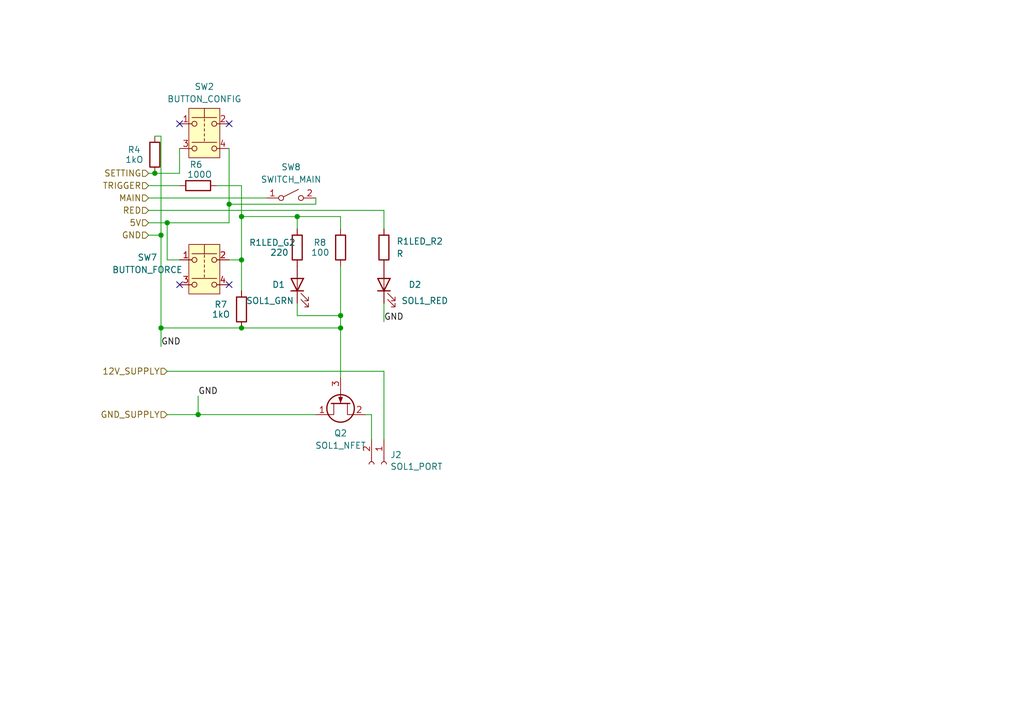
<source format=kicad_sch>
(kicad_sch (version 20231120) (generator "eeschema") (generator_version "8.0")
  (paper "A5")
  (lib_symbols
    (symbol "Connector:Conn_01x02_Socket" (pin_names (offset 1.016) hide)
      (property "Reference" "J" (at 0 2.54 0))
      (property "Value" "Conn_01x02_Socket" (at 0 -5.08 0))
      (symbol "Conn_01x02_Socket_1_1"
        (arc (start 0 -2.032) (mid -0.5058 -2.54) (end 0 -3.048) (stroke (width 0.1524)))
        (polyline (pts (xy -1.27 -2.54) (xy -0.508 -2.54)) (stroke (width 0.1524)))
        (polyline (pts (xy -1.27 0) (xy -0.508 0)) (stroke (width 0.1524)))
        (arc (start 0 0.508) (mid -0.5058 0) (end 0 -0.508) (stroke (width 0.1524)))
        (pin passive line (at -5.08 0 0) (length 3.81) (name "Pin_1") (number "1"))
        (pin passive line (at -5.08 -2.54 0) (length 3.81) (name "Pin_2") (number "2"))
      )
    )
    (symbol "Device:LED" (pin_numbers hide) (pin_names (offset 1.016) hide)
      (property "Reference" "D" (at 0 2.54 0))
      (property "Value" "LED" (at 0 -2.54 0))
      (symbol "LED_0_1"
        (polyline (pts (xy -1.27 -1.27) (xy -1.27 1.27)) (stroke (width 0.254)))
        (polyline (pts (xy -1.27 0) (xy 1.27 0)))
        (polyline (pts (xy 1.27 -1.27) (xy 1.27 1.27) (xy -1.27 0) (xy 1.27 -1.27)) (stroke (width 0.254)))
        (polyline (pts (xy -3.048 -0.762) (xy -4.572 -2.286) (xy -3.81 -2.286) (xy -4.572 -2.286) (xy -4.572 -1.524)))
        (polyline (pts (xy -1.778 -0.762) (xy -3.302 -2.286) (xy -2.54 -2.286) (xy -3.302 -2.286) (xy -3.302 -1.524)))
      )
      (symbol "LED_1_1"
        (pin passive line (at -3.81 0 0) (length 2.54) (name "K") (number "1"))
        (pin passive line (at 3.81 0 180) (length 2.54) (name "A") (number "2"))
      )
    )
    (symbol "Device:R" (pin_numbers hide) (pin_names (offset 0))
      (property "Reference" "R" (at 2.032 0 90))
      (property "Value" "R" (at 0 0 90))
      (symbol "R_0_1"
        (rectangle (start -1.016 -2.54) (end 1.016 2.54) (stroke (width 0.254)))
      )
      (symbol "R_1_1"
        (pin passive line (at 0 3.81 270) (length 1.27) (name "~") (number "1"))
        (pin passive line (at 0 -3.81 90) (length 1.27) (name "~") (number "2"))
      )
    )
    (symbol "Switch:SW_Push_Dual" (pin_names (offset 1.016) hide)
      (property "Reference" "SW" (at 0 7.62 0))
      (property "Value" "SW_Push_Dual" (at 0 -6.35 0))
      (symbol "SW_Push_Dual_0_1"
        (circle (center -2.032 -2.54) (radius 0.508))
        (circle (center -2.032 2.54) (radius 0.508))
        (polyline (pts (xy 0 -0.508) (xy 0 -1.016)))
        (polyline (pts (xy 0 0.508) (xy 0 0)))
        (polyline (pts (xy 0 1.016) (xy 0 1.524)))
        (polyline (pts (xy 0 2.032) (xy 0 2.54)))
        (polyline (pts (xy 0 3.048) (xy 0 3.556)))
        (polyline (pts (xy 0 3.81) (xy 0 5.588)))
        (polyline (pts (xy 2.54 -1.27) (xy -2.54 -1.27)))
        (polyline (pts (xy 2.54 3.81) (xy -2.54 3.81)))
        (circle (center 2.032 -2.54) (radius 0.508))
        (circle (center 2.032 2.54) (radius 0.508))
        (pin passive line (at -5.08 2.54 0) (length 2.54) (name "1") (number "1"))
        (pin passive line (at 5.08 2.54 180) (length 2.54) (name "2") (number "2"))
        (pin passive line (at -5.08 -2.54 0) (length 2.54) (name "3") (number "3"))
        (pin passive line (at 5.08 -2.54 180) (length 2.54) (name "4") (number "4"))
      )
      (symbol "SW_Push_Dual_1_1"
        (rectangle (start -3.175 5.715) (end 3.175 -4.445) (fill (type background)))
      )
    )
    (symbol "Switch:SW_SPST" (pin_names (offset 0) hide)
      (property "Reference" "SW" (at 0 3.175 0))
      (property "Value" "SW_SPST" (at 0 -2.54 0))
      (symbol "SW_SPST_0_0"
        (circle (center -2.032 0) (radius 0.508))
        (polyline (pts (xy -1.524 0.254) (xy 1.524 1.778)))
        (circle (center 2.032 0) (radius 0.508))
      )
      (symbol "SW_SPST_1_1"
        (pin passive line (at -5.08 0 0) (length 2.54) (name "A") (number "1"))
        (pin passive line (at 5.08 0 180) (length 2.54) (name "B") (number "2"))
      )
    )
    (symbol "Transistor_FET:MMBFJ113" (pin_names hide)
      (property "Reference" "Q" (at 5.08 1.905 0))
      (property "Value" "MMBFJ113" (at 5.08 0 0))
      (symbol "MMBFJ113_0_1"
        (polyline (pts (xy 0.254 0) (xy -2.54 0)))
        (polyline (pts (xy 0.254 1.905) (xy 0.254 -1.905)) (stroke (width 0.254)))
        (polyline (pts (xy 2.54 -2.54) (xy 2.54 -1.397) (xy 0.254 -1.397)))
        (polyline (pts (xy 2.54 2.54) (xy 2.54 1.397) (xy 0.254 1.397)))
        (polyline (pts (xy 0 0) (xy -1.016 0.381) (xy -1.016 -0.381) (xy 0 0)) (fill (type outline)))
        (circle (center 1.27 0) (radius 2.8194) (stroke (width 0.254)))
      )
      (symbol "MMBFJ113_1_1"
        (pin passive line (at 2.54 5.08 270) (length 2.54) (name "D") (number "1"))
        (pin passive line (at 2.54 -5.08 90) (length 2.54) (name "S") (number "2"))
        (pin input line (at -5.08 0 0) (length 2.54) (name "G") (number "3"))
      )
    )
  )
  (junction (at 60.96 44.45))
  (junction (at 49.53 53.34))
  (junction (at 46.99 41.91))
  (junction (at 69.85 64.77))
  (junction (at 33.02 48.26))
  (junction (at 49.53 44.45))
  (junction (at 69.85 67.31))
  (junction (at 49.53 67.31))
  (junction (at 34.29 45.72))
  (junction (at 40.64 85.09))
  (junction (at 33.02 67.31))
  (junction (at 31.75 35.56))
  (no_connect (at 46.99 25.4))
  (no_connect (at 36.83 58.42))
  (no_connect (at 36.83 25.4))
  (no_connect (at 46.99 58.42))
  (wire (pts (xy 60.96 62.23) (xy 60.96 64.77)))
  (wire (pts (xy 40.64 81.28) (xy 40.64 85.09)))
  (wire (pts (xy 49.53 38.1) (xy 49.53 44.45)))
  (wire (pts (xy 34.29 45.72) (xy 30.48 45.72)))
  (wire (pts (xy 36.83 35.56) (xy 31.75 35.56)))
  (wire (pts (xy 76.2 85.09) (xy 76.2 90.17)))
  (wire (pts (xy 69.85 64.77) (xy 69.85 67.31)))
  (wire (pts (xy 44.45 38.1) (xy 49.53 38.1)))
  (wire (pts (xy 31.75 27.94) (xy 33.02 27.94)))
  (wire (pts (xy 49.53 44.45) (xy 49.53 53.34)))
  (wire (pts (xy 78.74 76.2) (xy 78.74 90.17)))
  (wire (pts (xy 49.53 59.69) (xy 49.53 53.34)))
  (wire (pts (xy 34.29 76.2) (xy 78.74 76.2)))
  (wire (pts (xy 31.75 35.56) (xy 30.48 35.56)))
  (wire (pts (xy 46.99 45.72) (xy 46.99 41.91)))
  (wire (pts (xy 49.53 44.45) (xy 60.96 44.45)))
  (wire (pts (xy 36.83 30.48) (xy 36.83 35.56)))
  (wire (pts (xy 33.02 27.94) (xy 33.02 48.26)))
  (wire (pts (xy 34.29 53.34) (xy 36.83 53.34)))
  (wire (pts (xy 34.29 85.09) (xy 40.64 85.09)))
  (wire (pts (xy 49.53 53.34) (xy 46.99 53.34)))
  (wire (pts (xy 33.02 67.31) (xy 49.53 67.31)))
  (wire (pts (xy 60.96 44.45) (xy 60.96 46.99)))
  (wire (pts (xy 69.85 67.31) (xy 69.85 77.47)))
  (wire (pts (xy 60.96 44.45) (xy 69.85 44.45)))
  (wire (pts (xy 34.29 53.34) (xy 34.29 45.72)))
  (wire (pts (xy 78.74 62.23) (xy 78.74 66.04)))
  (wire (pts (xy 46.99 41.91) (xy 64.77 41.91)))
  (wire (pts (xy 40.64 85.09) (xy 64.77 85.09)))
  (wire (pts (xy 78.74 43.18) (xy 78.74 46.99)))
  (wire (pts (xy 33.02 67.31) (xy 33.02 71.12)))
  (wire (pts (xy 30.48 48.26) (xy 33.02 48.26)))
  (wire (pts (xy 54.61 40.64) (xy 30.48 40.64)))
  (wire (pts (xy 46.99 41.91) (xy 46.99 30.48)))
  (wire (pts (xy 64.77 41.91) (xy 64.77 40.64)))
  (wire (pts (xy 34.29 45.72) (xy 46.99 45.72)))
  (wire (pts (xy 76.2 85.09) (xy 74.93 85.09)))
  (wire (pts (xy 33.02 48.26) (xy 33.02 67.31)))
  (wire (pts (xy 69.85 54.61) (xy 69.85 64.77)))
  (wire (pts (xy 69.85 44.45) (xy 69.85 46.99)))
  (wire (pts (xy 30.48 43.18) (xy 78.74 43.18)))
  (wire (pts (xy 49.53 67.31) (xy 69.85 67.31)))
  (wire (pts (xy 60.96 64.77) (xy 69.85 64.77)))
  (wire (pts (xy 30.48 38.1) (xy 36.83 38.1)))
  (label "GND" (at 40.64 81.28 0))
  (label "GND" (at 33.02 71.12 0))
  (label "GND" (at 78.74 66.04 0))
  (hierarchical_label "5V" (shape input) (at 30.48 45.72 180))
  (hierarchical_label "MAIN" (shape input) (at 30.48 40.64 180))
  (hierarchical_label "SETTING" (shape input) (at 30.48 35.56 180))
  (hierarchical_label "TRIGGER" (shape input) (at 30.48 38.1 180))
  (hierarchical_label "12V_SUPPLY" (shape input) (at 34.29 76.2 180))
  (hierarchical_label "GND" (shape input) (at 30.48 48.26 180))
  (hierarchical_label "GND_SUPPLY" (shape input) (at 34.29 85.09 180))
  (hierarchical_label "RED" (shape input) (at 30.48 43.18 180))
  (symbol (lib_id "Device:R") (at 60.96 50.8 0) (unit 1)
    (property "Reference" "R1LED_G2" (at 51.054 49.784 0) (effects (justify left)))
    (property "Value" "220" (at 55.372 51.816 0) (effects (justify left)))
    (property "Footprint" "Resistor_THT:R_Axial_DIN0309_L9.0mm_D3.2mm_P15.24mm_Horizontal" (effects (hide yes)))
    (property "Description" "Resistor" (effects (hide yes)))
    (instances (project "flowcontrol" (path "" (reference "R1LED_G2") (unit 1)) (path "" (reference "R1LED_G3") (unit 1)) (path "" (reference "R1LED_G1") (unit 1))))
  )
  (symbol (lib_id "Switch:SW_SPST") (at 59.69 40.64 0) (unit 1)
    (property "Reference" "SW8" (at 59.69 34.29 0))
    (property "Value" "SWITCH_MAIN" (at 59.69 36.83 0))
    (property "Footprint" "Button_Switch_THT:SW_DIP_SPSTx01_Slide_9.78x4.72mm_W7.62mm_P2.54mm" (effects (hide yes)))
    (property "Description" "Single Pole Single Throw (SPST) switch" (effects (hide yes)))
    (instances (project "flowcontrol" (path "" (reference "SW8") (unit 1)) (path "" (reference "SW12") (unit 1)) (path "" (reference "SW13") (unit 1))))
  )
  (symbol (lib_id "Connector:Conn_01x02_Socket") (at 78.74 95.25 270) (unit 1)
    (property "Reference" "J2" (at 80.01 93.3449 90) (effects (justify left)))
    (property "Value" "SOL1_PORT" (at 80.01 95.758 90) (effects (justify left)))
    (property "Footprint" "Connector_PinSocket_2.00mm:PinSocket_1x02_P2.00mm_Vertical" (effects (hide yes)))
    (property "Description" "Generic connector, single row, 01x02, script generated" (effects (hide yes)))
    (instances (project "flowcontrol" (path "" (reference "J2") (unit 1)) (path "" (reference "J4") (unit 1)) (path "" (reference "J3") (unit 1))))
  )
  (symbol (lib_id "Transistor_FET:MMBFJ113") (at 69.85 82.55 90) (mirror x) (unit 1)
    (property "Reference" "Q2" (at 69.85 88.9 90))
    (property "Value" "SOL1_NFET" (at 69.85 91.44 90))
    (property "Footprint" "Package_TO_SOT_SMD:SOT-23" (effects (hide yes)))
    (property "Datasheet" "https://www.onsemi.com/pub/Collateral/MMBFJ113-D.PDF" (effects (hide yes)))
    (property "Description" "2mA min, 35V, 100mOhm max, 0.5-3V Vgs(off), N-Channel JFET, SOT-23" (effects (hide yes)))
    (instances (project "flowcontrol" (path "" (reference "Q2") (unit 1)) (path "" (reference "Q3") (unit 1)) (path "" (reference "Q1") (unit 1))))
  )
  (symbol (lib_id "Device:LED") (at 78.74 58.42 90) (unit 1)
    (property "Reference" "D2" (at 85.09 58.42 90))
    (property "Value" "SOL1_RED" (at 87.122 61.722 90))
    (property "Footprint" "LED_THT:LED_Oval_W5.2mm_H3.8mm" (effects (hide yes)))
    (property "Description" "Light emitting diode" (effects (hide yes)))
    (instances (project "flowcontrol" (path "" (reference "D2") (unit 1)) (path "" (reference "D4") (unit 1)) (path "" (reference "D6") (unit 1))))
  )
  (symbol (lib_id "Device:R") (at 78.74 50.8 0) (unit 1)
    (property "Reference" "R1LED_R2" (at 81.28 49.5299 0) (effects (justify left)))
    (property "Value" "R" (at 81.28 52.0699 0) (effects (justify left)))
    (property "Footprint" "Resistor_THT:R_Axial_DIN0309_L9.0mm_D3.2mm_P15.24mm_Horizontal" (effects (hide yes)))
    (property "Description" "Resistor" (effects (hide yes)))
    (instances (project "flowcontrol" (path "" (reference "R1LED_R2") (unit 1)) (path "" (reference "R1LED_R3") (unit 1)) (path "" (reference "R1LED_R1") (unit 1))))
  )
  (symbol (lib_id "Device:R") (at 69.85 50.8 0) (unit 1)
    (property "Reference" "R8" (at 64.262 49.784 0) (effects (justify left)))
    (property "Value" "100" (at 63.754 51.816 0) (effects (justify left)))
    (property "Footprint" "Resistor_THT:R_Axial_DIN0309_L9.0mm_D3.2mm_P15.24mm_Horizontal" (effects (hide yes)))
    (property "Description" "Resistor" (effects (hide yes)))
    (instances (project "flowcontrol" (path "" (reference "R8") (unit 1)) (path "" (reference "R12") (unit 1)) (path "" (reference "R3") (unit 1))))
  )
  (symbol (lib_id "Device:R") (at 40.64 38.1 270) (unit 1)
    (property "Reference" "R6" (at 38.862 33.782 90) (effects (justify left)))
    (property "Value" "100O" (at 38.354 35.814 90) (effects (justify left)))
    (property "Footprint" "Resistor_THT:R_Axial_DIN0309_L9.0mm_D3.2mm_P15.24mm_Horizontal" (effects (hide yes)))
    (property "Description" "Resistor" (effects (hide yes)))
    (instances (project "flowcontrol" (path "" (reference "R6") (unit 1)) (path "" (reference "R10") (unit 1)) (path "" (reference "R1") (unit 1))))
  )
  (symbol (lib_id "Switch:SW_Push_Dual") (at 41.91 27.94 0) (unit 1)
    (property "Reference" "SW2" (at 41.91 17.78 0))
    (property "Value" "BUTTON_CONFIG" (at 41.91 20.32 0))
    (property "Footprint" "Button_Switch_THT:SW_PUSH_6mm_mod" (effects (hide yes)))
    (property "Description" "Push button switch, generic, symbol, four pins" (effects (hide yes)))
    (instances (project "flowcontrol" (path "" (reference "SW2") (unit 1)) (path "" (reference "SW10") (unit 1)) (path "" (reference "SW5") (unit 1))))
  )
  (symbol (lib_id "Device:R") (at 31.75 31.75 0) (unit 1)
    (property "Reference" "R4" (at 26.162 30.734 0) (effects (justify left)))
    (property "Value" "1kO" (at 25.654 32.766 0) (effects (justify left)))
    (property "Footprint" "Resistor_THT:R_Axial_DIN0309_L9.0mm_D3.2mm_P15.24mm_Horizontal" (effects (hide yes)))
    (property "Description" "Resistor" (effects (hide yes)))
    (instances (project "flowcontrol" (path "" (reference "R4") (unit 1)) (path "" (reference "R9") (unit 1)) (path "" (reference "R5") (unit 1))))
  )
  (symbol (lib_id "Device:R") (at 49.53 63.5 0) (unit 1)
    (property "Reference" "R7" (at 43.942 62.484 0) (effects (justify left)))
    (property "Value" "1kO" (at 43.434 64.516 0) (effects (justify left)))
    (property "Footprint" "Resistor_THT:R_Axial_DIN0309_L9.0mm_D3.2mm_P15.24mm_Horizontal" (effects (hide yes)))
    (property "Description" "Resistor" (effects (hide yes)))
    (instances (project "flowcontrol" (path "" (reference "R7") (unit 1)) (path "" (reference "R11") (unit 1)) (path "" (reference "R2") (unit 1))))
  )
  (symbol (lib_id "Device:LED") (at 60.96 58.42 90) (unit 1)
    (property "Reference" "D1" (at 57.15 58.42 90))
    (property "Value" "SOL1_GRN" (at 55.372 61.722 90))
    (property "Footprint" "LED_THT:LED_Oval_W5.2mm_H3.8mm" (effects (hide yes)))
    (property "Description" "Light emitting diode" (effects (hide yes)))
    (instances (project "flowcontrol" (path "" (reference "D1") (unit 1)) (path "" (reference "D3") (unit 1)) (path "" (reference "D5") (unit 1))))
  )
  (symbol (lib_id "Switch:SW_Push_Dual") (at 41.91 55.88 0) (unit 1)
    (property "Reference" "SW7" (at 30.226 52.832 0))
    (property "Value" "BUTTON_FORCE" (at 30.226 55.372 0))
    (property "Footprint" "Button_Switch_THT:SW_PUSH_6mm_mod" (effects (hide yes)))
    (property "Description" "Push button switch, generic, symbol, four pins" (effects (hide yes)))
    (instances (project "flowcontrol" (path "" (reference "SW7") (unit 1)) (path "" (reference "SW11") (unit 1)) (path "" (reference "SW6") (unit 1))))
  )
)
</source>
